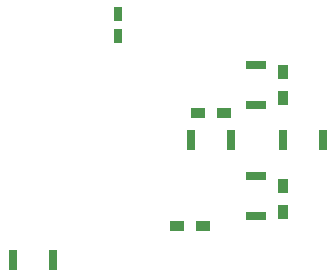
<source format=gtp>
G04 #@! TF.FileFunction,Paste,Top*
%FSLAX46Y46*%
G04 Gerber Fmt 4.6, Leading zero omitted, Abs format (unit mm)*
G04 Created by KiCad (PCBNEW 4.0.4-stable) date 11/28/16 12:13:09*
%MOMM*%
%LPD*%
G01*
G04 APERTURE LIST*
%ADD10C,0.150000*%
%ADD11R,0.750000X1.200000*%
%ADD12R,1.200000X0.900000*%
%ADD13R,0.900000X1.200000*%
%ADD14R,0.800000X1.700000*%
%ADD15R,1.700000X0.800000*%
G04 APERTURE END LIST*
D10*
D11*
X119316500Y-98173500D03*
X119316500Y-100073500D03*
D12*
X124312500Y-116141500D03*
X126512500Y-116141500D03*
D13*
X133286500Y-114955500D03*
X133286500Y-112755500D03*
D12*
X126090500Y-106616500D03*
X128290500Y-106616500D03*
D13*
X133286500Y-103103500D03*
X133286500Y-105303500D03*
D14*
X136637500Y-108902500D03*
X133237500Y-108902500D03*
D15*
X131000500Y-115301500D03*
X131000500Y-111901500D03*
D14*
X125490500Y-108902500D03*
X128890500Y-108902500D03*
D15*
X131000500Y-102503500D03*
X131000500Y-105903500D03*
D14*
X113777500Y-119062500D03*
X110377500Y-119062500D03*
M02*

</source>
